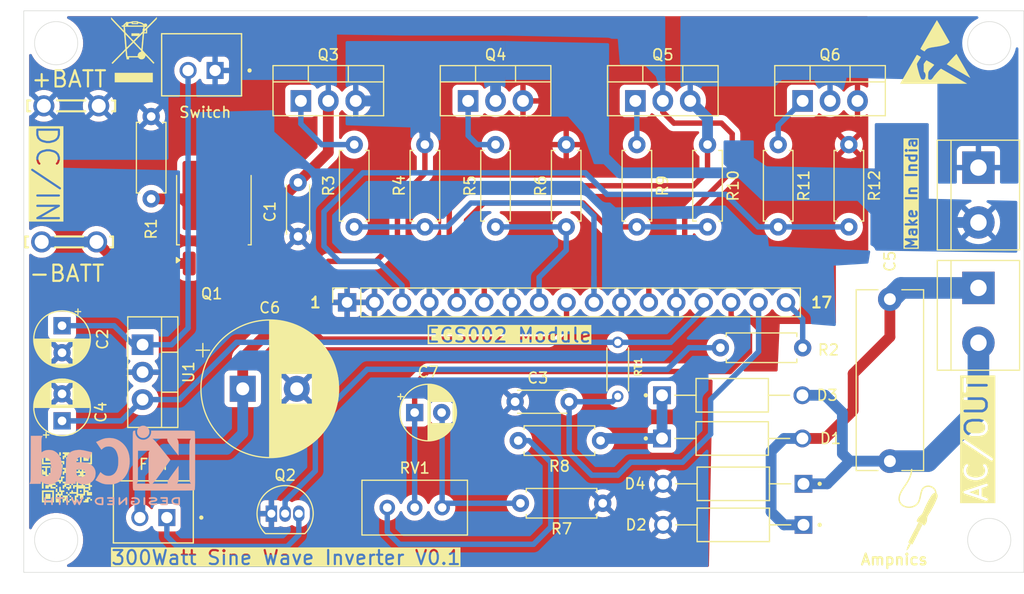
<source format=kicad_pcb>
(kicad_pcb (version 20240108) (generator "pcbnew") (generator_version "8.0")
  (layers (0 "F.Cu" signal) (31 "B.Cu" signal) (34 "B.Paste" user) (35 "F.Paste" user) (36 "B.SilkS" user "B.Silkscreen") (37 "F.SilkS" user "F.Silkscreen") (38 "B.Mask" user) (39 "F.Mask" user) (44 "Edge.Cuts" user))
  (net 0 "")
  (net 1 "GND")
  (net 2 "+12V")
  (net 3 "Net-(U1-VI)")
  (net 4 "Net-(J2-Pin_16)")
  (net 5 "+5V")
  (net 6 "N")
  (net 7 "L")
  (net 8 "VFB")
  (net 9 "Net-(C7-Pad2)")
  (net 10 "Net-(D1-PadC)")
  (net 11 "Net-(Q2-C)")
  (net 12 "2LD")
  (net 13 "Net-(J2-Pin_17)")
  (net 14 "3HO")
  (net 15 "1HO")
  (net 16 "TR2")
  (net 17 "TR1")
  (net 18 "Net-(Q1-D)")
  (net 19 "Net-(Q1-G)")
  (net 20 "Net-(Q2-B)")
  (net 21 "Net-(Q3-G)")
  (net 22 "Net-(Q4-G)")
  (net 23 "Net-(Q5-G)")
  (net 24 "Net-(Q6-G)")
  (net 25 "Net-(R8-Pad2)")
  (net 26 "1LD")
  (footprint "Package_TO_SOT_THT:TO-220-3_Vertical" (layer "F.Cu") (at 163.52 70.945)
    (property "Reference" "Q6" (at 2.54 -4.27 0) (layer "F.SilkS"))
    (property "Value" "IRF3205")
    (pad "1" thru_hole rect (at 0 0) (size 1.905 2) (drill 1.1) (layers "*.Cu" "*.Mask") (net 24 "Net-(Q6-G)"))
    (pad "2" thru_hole oval (at 2.54 0) (size 1.905 2) (drill 1.1) (layers "*.Cu" "*.Mask") (net 16 "TR2"))
    (pad "3" thru_hole oval (at 5.08 0) (size 1.905 2) (drill 1.1) (layers "*.Cu" "*.Mask") (net 1 "GND"))
  )
  (footprint "Package_TO_SOT_SMD:TO-252-2" (layer "F.Cu") (at 109.0025 80.96 90)
    (property "Reference" "Q1" (at -7.84 -0.2025 0) (layer "F.SilkS"))
    (property "Value" "NMOS")
    (pad "1" smd roundrect (at -5.04 -2.28 90) (size 2.2 1.2) (layers "F.Cu" "F.Paste" "F.Mask") (roundrect_rratio 0.208333) (net 18 "Net-(Q1-D)"))
    (pad "2" smd roundrect (at -0.415 -1.525 90) (size 3.05 2.75) (layers "F.Cu" "F.Paste") (roundrect_rratio 0.090909) (net 19 "Net-(Q1-G)"))
    (pad "2" smd roundrect (at -0.415 1.525 90) (size 3.05 2.75) (layers "F.Cu" "F.Paste") (roundrect_rratio 0.090909) (net 19 "Net-(Q1-G)"))
    (pad "2" smd roundrect (at 1.26 0 90) (size 6.4 5.8) (layers "F.Cu" "F.Mask") (roundrect_rratio 0.043103) (net 19 "Net-(Q1-G)"))
    (pad "2" smd roundrect (at 2.935 -1.525 90) (size 3.05 2.75) (layers "F.Cu" "F.Paste") (roundrect_rratio 0.090909) (net 19 "Net-(Q1-G)"))
    (pad "2" smd roundrect (at 2.935 1.525 90) (size 3.05 2.75) (layers "F.Cu" "F.Paste") (roundrect_rratio 0.090909) (net 19 "Net-(Q1-G)"))
    (pad "3" smd roundrect (at -5.04 2.28 90) (size 2.2 1.2) (layers "F.Cu" "F.Paste" "F.Mask") (roundrect_rratio 0.208333) (net 1 "GND"))
  )
  (footprint "FR207G:DIOAD1300W80L670D310" (layer "F.Cu") (at 157.1 110.2 180)
    (property "Reference" "D2" (at 9 0 360) (layer "F.SilkS"))
    (property "Value" "FR207G")
    (pad "A" thru_hole circle (at 6.5 0 180) (size 1.65 1.65) (drill 1.1) (layers "*.Cu" "*.Mask") (net 1 "GND"))
    (pad "C" thru_hole rect (at -6.5 0 180) (size 1.65 1.65) (drill 1.1) (layers "*.Cu" "*.Mask") (net 7 "L"))
  )
  (footprint "WA-MTAB:WA-MTAB_7471287" (layer "F.Cu") (at 95.8 71.4)
    (property "Reference" "MP1" (hide yes))
    (property "Value" "+BATT")
    (property "VALUE" "7471287" (hide yes))
    (pad "1" thru_hole circle (at -2.54 0) (size 1.95 1.95) (drill 1.3) (layers "*.Cu" "*.Mask") (net 2 "+12V"))
    (pad "2" thru_hole circle (at 2.54 0) (size 1.95 1.95) (drill 1.3) (layers "*.Cu" "*.Mask") (net 2 "+12V"))
  )
  (footprint "Resistor_THT:R_Axial_DIN0207_L6.3mm_D2.5mm_P7.62mm_Horizontal" (layer "F.Cu") (at 128.542857 82.61 90)
    (property "Reference" "R4" (at 3.81 -2.37 90) (layer "F.SilkS"))
    (property "Value" "10K")
    (pad "1" thru_hole circle (at 0 0 90) (size 1.6 1.6) (drill 0.8) (layers "*.Cu" "*.Mask") (net 14 "3HO"))
    (pad "2" thru_hole oval (at 7.62 0 90) (size 1.6 1.6) (drill 0.8) (layers "*.Cu" "*.Mask") (net 17 "TR1"))
  )
  (footprint "Resistor_THT:R_Axial_DIN0207_L6.3mm_D2.5mm_P7.62mm_Horizontal" (layer "F.Cu") (at 141.628571 82.61 90)
    (property "Reference" "R6" (at 3.81 -2.37 90) (layer "F.SilkS"))
    (property "Value" "10K")
    (pad "1" thru_hole circle (at 0 0 90) (size 1.6 1.6) (drill 0.8) (layers "*.Cu" "*.Mask") (net 12 "2LD"))
    (pad "2" thru_hole oval (at 7.62 0 90) (size 1.6 1.6) (drill 0.8) (layers "*.Cu" "*.Mask") (net 1 "GND"))
  )
  (footprint "Resistor_THT:R_Axial_DIN0207_L6.3mm_D2.5mm_P7.62mm_Horizontal" (layer "F.Cu") (at 163.525 93.8 180)
    (property "Reference" "R2" (at -2.39 -0.2 360) (layer "F.SilkS"))
    (property "Value" "1K")
    (pad "1" thru_hole circle (at 0 0 180) (size 1.6 1.6) (drill 0.8) (layers "*.Cu" "*.Mask") (net 13 "Net-(J2-Pin_17)"))
    (pad "2" thru_hole oval (at 7.62 0 180) (size 1.6 1.6) (drill 0.8) (layers "*.Cu" "*.Mask") (net 20 "Net-(Q2-B)"))
  )
  (footprint "Resistor_THT:R_Axial_DIN0207_L6.3mm_D2.5mm_P7.62mm_Horizontal" (layer "F.Cu") (at 135.085714 82.61 90)
    (property "Reference" "R5" (at 3.81 -2.37 90) (layer "F.SilkS"))
    (property "Value" "10E")
    (pad "1" thru_hole circle (at 0 0 90) (size 1.6 1.6) (drill 0.8) (layers "*.Cu" "*.Mask") (net 12 "2LD"))
    (pad "2" thru_hole oval (at 7.62 0 90) (size 1.6 1.6) (drill 0.8) (layers "*.Cu" "*.Mask") (net 22 "Net-(Q4-G)"))
  )
  (footprint "FR207G:DIOAD1300W80L670D310" (layer "F.Cu") (at 157 102.2)
    (property "Reference" "D1" (at 9.1 0 360) (layer "F.SilkS"))
    (property "Value" "FR207G")
    (pad "A" thru_hole circle (at 6.5 0) (size 1.65 1.65) (drill 1.1) (layers "*.Cu" "*.Mask") (net 7 "L"))
    (pad "C" thru_hole rect (at -6.5 0) (size 1.65 1.65) (drill 1.1) (layers "*.Cu" "*.Mask") (net 10 "Net-(D1-PadC)"))
  )
  (footprint "B2B-XH-A__LF__SN_:JST_B2B-XH-A__LF__SN_" (layer "F.Cu") (at 107.8675 67.6)
    (property "Reference" "Switch" (at 0.3325 4.4 0) (layer "F.SilkS"))
    (property "Value" "Switch")
    (pad "1" thru_hole rect (at 1.25 0.525) (size 1.575 1.575) (drill 1.05) (layers "*.Cu" "*.Mask") (net 2 "+12V"))
    (pad "2" thru_hole circle (at -1.25 0.525) (size 1.575 1.575) (drill 1.05) (layers "*.Cu" "*.Mask") (net 3 "Net-(U1-VI)"))
  )
  (footprint "Symbol:WEEE-Logo_4.2x6mm_SilkScreen" (layer "F.Cu") (at 101.6 66.2)
    (property "Reference" "REF**" (hide yes))
    (property "Value" "WEEE-Logo_4.2x6mm_SilkScreen" (hide yes))
  )
  (footprint "logo.preety:amplogoV1" (layer "F.Cu") (at 174.2 108.8)
    (property "Reference" "G***" (hide yes))
    (property "Value" "LOGO" (hide yes))
  )
  (footprint "Capacitor_THT:C_Disc_D4.3mm_W1.9mm_P5.00mm" (layer "F.Cu") (at 116.8 78.5 -90)
    (property "Reference" "C1" (at 2.7 2.6 90) (layer "F.SilkS"))
    (property "Value" "0.1uF")
    (pad "1" thru_hole circle (at 0 0 270) (size 1.6 1.6) (drill 0.8) (layers "*.Cu" "*.Mask") (net 2 "+12V"))
    (pad "2" thru_hole circle (at 5 0 270) (size 1.6 1.6) (drill 0.8) (layers "*.Cu" "*.Mask") (net 1 "GND"))
  )
  (footprint "Symbol:ESD-Logo_6.6x6mm_SilkScreen" (layer "F.Cu") (at 175.8 66.4)
    (property "Reference" "REF**" (hide yes))
    (property "Value" "ESD-Logo_6.6x6mm_SilkScreen" (hide yes))
  )
  (footprint "Package_TO_SOT_THT:TO-220-3_Vertical" (layer "F.Cu") (at 117.06 70.945)
    (property "Reference" "Q3" (at 2.54 -4.27 0) (layer "F.SilkS"))
    (property "Value" "IRF3205")
    (pad "1" thru_hole rect (at 0 0) (size 1.905 2) (drill 1.1) (layers "*.Cu" "*.Mask") (net 21 "Net-(Q3-G)"))
    (pad "2" thru_hole oval (at 2.54 0) (size 1.905 2) (drill 1.1) (layers "*.Cu" "*.Mask") (net 2 "+12V"))
    (pad "3" thru_hole oval (at 5.08 0) (size 1.905 2) (drill 1.1) (layers "*.Cu" "*.Mask") (net 17 "TR1"))
  )
  (footprint "Connector_PinSocket_2.54mm:PinSocket_1x17_P2.54mm_Vertical" (layer "F.Cu") (at 121.34 89.6 90)
    (property "Reference" "J2" (hide yes))
    (property "Value" "EGS002 MODULE")
    (pad "1" thru_hole rect (at 0 0 90) (size 1.7 1.7) (drill 1) (layers "*.Cu" "*.Mask") (net 1 "GND"))
    (pad "2" thru_hole oval (at 0 2.54 90) (size 1.7 1.7) (drill 1) (layers "*.Cu" "*.Mask") (net 1 "GND"))
    (pad "3" thru_hole oval (at 0 5.08 90) (size 1.7 1.7) (drill 1) (layers "*.Cu" "*.Mask") (net 26 "1LD"))
    (pad "4" thru_hole oval (at 0 7.62 90) (size 1.7 1.7) (drill 1) (layers "*.Cu" "*.Mask") (net 1 "GND"))
    (pad "5" thru_hole oval (at 0 10.16 90) (size 1.7 1.7) (drill 1) (layers "*.Cu" "*.Mask") (net 16 "TR2"))
    (pad "6" thru_hole oval (at 0 12.7 90) (size 1.7 1.7) (drill 1) (layers "*.Cu" "*.Mask") (net 15 "1HO"))
    (pad "7" thru_hole oval (at 0 15.24 90) (size 1.7 1.7) (drill 1) (layers "*.Cu" "*.Mask") (net 1 "GND"))
    (pad "8" thru_hole oval (at 0 17.78 90) (size 1.7 1.7) (drill 1) (layers "*.Cu" "*.Mask") (net 12 "2LD"))
    (pad "9" thru_hole oval (at 0 20.32 90) (size 1.7 1.7) (drill 1) (layers "*.Cu" "*.Mask") (net 17 "TR1"))
    (pad "10" thru_hole oval (at 0 22.86 90) (size 1.7 1.7) (drill 1) (layers "*.Cu" "*.Mask") (net 14 "3HO"))
    (pad "11" thru_hole oval (at 0 25.4 90) (size 1.7 1.7) (drill 1) (layers "*.Cu" "*.Mask") (net 1 "GND"))
    (pad "12" thru_hole oval (at 0 27.94 90) (size 1.7 1.7) (drill 1) (layers "*.Cu" "*.Mask") (net 2 "+12V"))
    (pad "13" thru_hole oval (at 0 30.48 90) (size 1.7 1.7) (drill 1) (layers "*.Cu" "*.Mask") (net 1 "GND"))
    (pad "14" thru_hole oval (at 0 33.02 90) (size 1.7 1.7) (drill 1) (layers "*.Cu" "*.Mask") (net 5 "+5V"))
    (pad "15" thru_hole oval (at 0 35.56 90) (size 1.7 1.7) (drill 1) (layers "*.Cu" "*.Mask") (net 8 "VFB"))
    (pad "16" thru_hole oval (at 0 38.1 90) (size 1.7 1.7) (drill 1) (layers "*.Cu" "*.Mask") (net 4 "Net-(J2-Pin_16)"))
    (pad "17" thru_hole oval (at 0 40.64 90) (size 1.7 1.7) (drill 1) (layers "*.Cu" "*.Mask") (net 13 "Net-(J2-Pin_17)"))
  )
  (footprint "TerminalBlock:TerminalBlock_bornier-2_P5.08mm" (layer "F.Cu") (at 179.8 88.26 -90)
    (property "Reference" "J5" (hide yes))
    (property "Value" "AC/OUT")
    (pad "1" thru_hole rect (at 0 0 270) (size 3 3) (drill 1.52) (layers "*.Cu" "*.Mask") (net 7 "L"))
    (pad "2" thru_hole circle (at 5.08 0 270) (size 3 3) (drill 1.52) (layers "*.Cu" "*.Mask") (net 6 "N"))
  )
  (footprint "FR207G:DIOAD1300W80L670D310" (layer "F.Cu") (at 157.1 106.4 180)
    (property "Reference" "D4" (at 9.1 0 360) (layer "F.SilkS"))
    (property "Value" "FR207G")
    (pad "A" thru_hole circle (at 6.5 0 180) (size 1.65 1.65) (drill 1.1) (layers "*.Cu" "*.Mask") (net 1 "GND"))
    (pad "C" thru_hole rect (at -6.5 0 180) (size 1.65 1.65) (drill 1.1) (layers "*.Cu" "*.Mask") (net 6 "N"))
  )
  (footprint "Resistor_THT:R_Axial_DIN0207_L6.3mm_D2.5mm_P7.62mm_Horizontal" (layer "F.Cu") (at 145.01 108.2 180)
    (property "Reference" "R7" (at 3.81 -2.37 360) (layer "F.SilkS"))
    (property "Value" "100K")
    (pad "1" thru_hole circle (at 0 0 180) (size 1.6 1.6) (drill 0.8) (layers "*.Cu" "*.Mask") (net 1 "GND"))
    (pad "2" thru_hole oval (at 7.62 0 180) (size 1.6 1.6) (drill 0.8) (layers "*.Cu" "*.Mask") (net 9 "Net-(C7-Pad2)"))
  )
  (footprint "Resistor_THT:R_Axial_DIN0207_L6.3mm_D2.5mm_P7.62mm_Horizontal" (layer "F.Cu") (at 161.257142 74.99 -90)
    (property "Reference" "R11" (at 3.81 -2.37 90) (layer "F.SilkS"))
    (property "Value" "10E")
    (pad "1" thru_hole circle (at 0 0 270) (size 1.6 1.6) (drill 0.8) (layers "*.Cu" "*.Mask") (net 24 "Net-(Q6-G)"))
    (pad "2" thru_hole oval (at 7.62 0 270) (size 1.6 1.6) (drill 0.8) (layers "*.Cu" "*.Mask") (net 26 "1LD"))
  )
  (footprint "Resistor_THT:R_Axial_DIN0207_L6.3mm_D2.5mm_P7.62mm_Horizontal" (layer "F.Cu") (at 122 82.61 90)
    (property "Reference" "R3" (at 3.81 -2.37 90) (layer "F.SilkS"))
    (property "Value" "10E")
    (pad "1" thru_hole circle (at 0 0 90) (size 1.6 1.6) (drill 0.8) (layers "*.Cu" "*.Mask") (net 14 "3HO"))
    (pad "2" thru_hole oval (at 7.62 0 90) (size 1.6 1.6) (drill 0.8) (layers "*.Cu" "*.Mask") (net 21 "Net-(Q3-G)"))
  )
  (footprint "qr.preety:ampnics_qr_6x6mm" (layer "F.Cu") (at 95.4 105.8)
    (property "Reference" "G***" (hide yes))
    (property "Value" "LOGO" (hide yes))
  )
  (footprint "Capacitor_THT:CP_Radial_D5.0mm_P2.50mm" (layer "F.Cu") (at 94.945 100.570224 90)
    (property "Reference" "C4" (at 0.805112 3.6 90) (layer "F.SilkS"))
    (property "Value" "1uF")
    (pad "1" thru_hole rect (at 0 0 90) (size 1.6 1.6) (drill 0.8) (layers "*.Cu" "*.Mask") (net 5 "+5V"))
    (pad "2" thru_hole circle (at 2.5 0 90) (size 1.6 1.6) (drill 0.8) (layers "*.Cu" "*.Mask") (net 1 "GND"))
  )
  (footprint "Package_TO_SOT_THT:TO-92_Inline" (layer "F.Cu") (at 114.33 109.16)
    (property "Reference" "Q2" (at 1.27 -3.56 0) (layer "F.SilkS"))
    (property "Value" "S8050")
    (pad "1" thru_hole rect (at 0 0) (size 1.05 1.5) (drill 0.75) (layers "*.Cu" "*.Mask") (net 1 "GND"))
    (pad "2" thru_hole oval (at 1.27 0) (size 1.05 1.5) (drill 0.75) (layers "*.Cu" "*.Mask") (net 20 "Net-(Q2-B)"))
    (pad "3" thru_hole oval (at 2.54 0) (size 1.05 1.5) (drill 0.75) (layers "*.Cu" "*.Mask") (net 11 "Net-(Q2-C)"))
  )
  (footprint "Potentiometer_THT:Potentiometer_Bourns_3296W_Vertical" (layer "F.Cu") (at 130.14 108.6)
    (property "Reference" "RV1" (at -2.54 -3.66 0) (layer "F.SilkS"))
    (property "Value" "10K")
    (pad "1" thru_hole circle (at 0 0) (size 1.44 1.44) (drill 0.8) (layers "*.Cu" "*.Mask") (net 9 "Net-(C7-Pad2)"))
    (pad "2" thru_hole circle (at -2.54 0) (size 1.44 1.44) (drill 0.8) (layers "*.Cu" "*.Mask") (net 8 "VFB"))
    (pad "3" thru_hole circle (at -5.08 0) (size 1.44 1.44) (drill 0.8) (layers "*.Cu" "*.Mask") (net 25 "Net-(R8-Pad2)"))
  )
  (footprint "Capacitor_THT:C_Rect_L16.5mm_W6.0mm_P15.00mm_MKT" (layer "F.Cu") (at 171.6 89.3 -90)
    (property "Reference" "C5" (at -3.5 0 90) (layer "F.SilkS"))
    (property "Value" "2.2uF")
    (pad "1" thru_hole circle (at 0 0 270) (size 2.2 2.2) (drill 1.1) (layers "*.Cu" "*.Mask") (net 7 "L"))
    (pad "2" thru_hole circle (at 15 0 270) (size 2.2 2.2) (drill 1.1) (layers "*.Cu" "*.Mask") (net 6 "N"))
  )
  (footprint "Resistor_THT:R_Axial_DIN0207_L6.3mm_D2.5mm_P7.62mm_Horizontal" (layer "F.Cu") (at 144.81 102.4 180)
    (property "Reference" "R8" (at 3.81 -2.37 360) (layer "F.SilkS"))
    (property "Value" "100K")
    (pad "1" thru_hole circle (at 0 0 180) (size 1.6 1.6) (drill 0.8) (layers "*.Cu" "*.Mask") (net 10 "Net-(D1-PadC)"))
    (pad "2" thru_hole oval (at 7.62 0 180) (size 1.6 1.6) (drill 0.8) (layers "*.Cu" "*.Mask") (net 25 "Net-(R8-Pad2)"))
  )
  (footprint "Package_TO_SOT_THT:TO-220-3_Vertical" (layer "F.Cu") (at 102.4 93.52 -90)
    (property "Reference" "U1" (at 2.54 -4.27 90) (layer "F.SilkS"))
    (property "Value" "LM7805_TO220")
    (pad "1" thru_hole rect (at 0 0 270) (size 1.905 2) (drill 1.1) (layers "*.Cu" "*.Mask") (net 3 "Net-(U1-VI)"))
    (pad "2" thru_hole oval (at 2.54 0 270) (size 1.905 2) (drill 1.1) (layers "*.Cu" "*.Mask") (net 1 "GND"))
    (pad "3" thru_hole oval (at 5.08 0 270) (size 1.905 2) (drill 1.1) (layers "*.Cu" "*.Mask") (net 5 "+5V"))
  )
  (footprint "WA-MTAB:WA-MTAB_7471287" (layer "F.Cu") (at 95.6 84)
    (property "Reference" "MP2" (hide yes))
    (property "Value" "-BATT")
    (property "VALUE" "7471287" (hide yes))
    (pad "1" thru_hole circle (at -2.54 0) (size 1.95 1.95) (drill 1.3) (layers "*.Cu" "*.Mask") (net 18 "Net-(Q1-D)"))
    (pad "2" thru_hole circle (at 2.54 0) (size 1.95 1.95) (drill 1.3) (layers "*.Cu" "*.Mask") (net 18 "Net-(Q1-D)"))
  )
  (footprint "Package_TO_SOT_THT:TO-220-3_Vertical" (layer "F.Cu") (at 148.033332 70.945)
    (property "Reference" "Q5" (at 2.54 -4.27 0) (layer "F.SilkS"))
    (property "Value" "IRF3205")
    (pad "1" thru_hole rect (at 0 0) (size 1.905 2) (drill 1.1) (layers "*.Cu" "*.Mask") (net 23 "Net-(Q5-G)"))
    (pad "2" thru_hole oval (at 2.54 0) (size 1.905 2) (drill 1.1) (layers "*.Cu" "*.Mask") (net 2 "+12V"))
    (pad "3" thru_hole oval (at 5.08 0) (size 1.905 2) (drill 1.1) (layers "*.Cu" "*.Mask") (net 16 "TR2"))
  )
  (footprint "Capacitor_THT:CP_Radial_D5.0mm_P2.50mm" (layer "F.Cu") (at 94.945 91.76 -90)
    (property "Reference" "C2" (at 1.25 -3.75 90) (layer "F.SilkS"))
    (property "Value" "1uF")
    (pad "1" thru_hole rect (at 0 0 270) (size 1.6 1.6) (drill 0.8) (layers "*.Cu" "*.Mask") (net 3 "Net-(U1-VI)"))
    (pad "2" thru_hole circle (at 2.5 0 270) (size 1.6 1.6) (drill 0.8) (layers "*.Cu" "*.Mask") (net 1 "GND"))
  )
  (footprint "TerminalBlock:TerminalBlock_bornier-2_P5.08mm" (layer "F.Cu") (at 179.8 77.12 -90)
    (property "Reference" "J4" (hide yes))
    (property "Value" "TR/IN")
    (pad "1" thru_hole rect (at 0 0 270) (size 3 3) (drill 1.52) (layers "*.Cu" "*.Mask") (net 16 "TR2"))
    (pad "2" thru_hole circle (at 5.08 0 270) (size 3 3) (drill 1.52) (layers "*.Cu" "*.Mask") (net 17 "TR1"))
  )
  (footprint "Resistor_THT:R_Axial_DIN0207_L6.3mm_D2.5mm_P7.62mm_Horizontal" (layer "F.Cu") (at 148.171428 74.99 -90)
    (property "Reference" "R9" (at 3.81 -2.37 90) (layer "F.SilkS"))
    (property "Value" "10E")
    (pad "1" thru_hole circle (at 0 0 270) (size 1.6 1.6) (drill 0.8) (layers "*.Cu" "*.Mask") (net 23 "Net-(Q5-G)"))
    (pad "2" thru_hole oval (at 7.62 0 270) (size 1.6 1.6) (drill 0.8) (layers "*.Cu" "*.Mask") (net 15 "1HO"))
  )
  (footprint "FR207G:DIOAD1300W80L670D310" (layer "F.Cu") (at 157 98.2)
    (property "Reference" "D3" (at 8.8 0 360) (layer "F.SilkS"))
    (property "Value" "FR207G")
    (pad "A" thru_hole circle (at 6.5 0) (size 1.65 1.65) (drill 1.1) (layers "*.Cu" "*.Mask") (net 6 "N"))
    (pad "C" thru_hole rect (at -6.5 0) (size 1.65 1.65) (drill 1.1) (layers "*.Cu" "*.Mask") (net 10 "Net-(D1-PadC)"))
  )
  (footprint "Package_TO_SOT_THT:TO-220-3_Vertical" (layer "F.Cu") (at 132.546666 70.945)
    (property "Reference" "Q4" (at 2.54 -4.27 0) (layer "F.SilkS"))
    (property "Value" "IRF3205")
    (pad "1" thru_hole rect (at 0 0) (size 1.905 2) (drill 1.1) (layers "*.Cu" "*.Mask") (net 22 "Net-(Q4-G)"))
    (pad "2" thru_hole oval (at 2.54 0) (size 1.905 2) (drill 1.1) (layers "*.Cu" "*.Mask") (net 17 "TR1"))
    (pad "3" thru_hole oval (at 5.08 0) (size 1.905 2) (drill 1.1) (layers "*.Cu" "*.Mask") (net 1 "GND"))
  )
  (footprint "Capacitor_THT:CP_Radial_D12.5mm_P5.00mm" (layer "F.Cu") (at 111.676041 97.6)
    (property "Reference" "C6" (at 2.5 -7.5 0) (layer "F.SilkS"))
    (property "Value" "2200uF")
    (pad "1" thru_hole rect (at 0 0) (size 2.4 2.4) (drill 1.2) (layers "*.Cu" "*.Mask") (net 2 "+12V"))
    (pad "2" thru_hole circle (at 5 0) (size 2.4 2.4) (drill 1.2) (layers "*.Cu" "*.Mask") (net 1 "GND"))
  )
  (footprint "Capacitor_THT:CP_Radial_D5.0mm_P2.50mm" (layer "F.Cu") (at 127.594888 99.8)
    (property "Reference" "C7" (at 1.25 -3.75 0) (layer "F.SilkS"))
    (property "Value" "10u")
    (pad "1" thru_hole rect (at 0 0) (size 1.6 1.6) (drill 0.8) (layers "*.Cu" "*.Mask") (net 8 "VFB"))
    (pad "2" thru_hole circle (at 2.5 0) (size 1.6 1.6) (drill 0.8) (layers "*.Cu" "*.Mask") (net 9 "Net-(C7-Pad2)"))
  )
  (footprint "NXRT15WB333JA3A016:THERM_NXRT15WB333JA3A016" (layer "F.Cu") (at 146.4 95.8 -90)
    (property "Reference" "RT1" (at -0.218 -1.9064 90) (layer "F.SilkS") (effects (font (size 0.64 0.64))))
    (property "Value" "10K")
    (pad "1" thru_hole circle (at -2.5 0 270) (size 1.05 1.05) (drill 0.65) (layers "*.Cu" "*.Mask") (net 5 "+5V"))
    (pad "2" thru_hole circle (at 2.5 0 270) (size 1.05 1.05) (drill 0.65) (layers "*.Cu" "*.Mask") (net 4 "Net-(J2-Pin_16)"))
  )
  (footprint "Capacitor_THT:C_Disc_D4.3mm_W1.9mm_P5.00mm" (layer "F.Cu") (at 141.9 98.8 180)
    (property "Reference" "C3" (at 2.9 2.2 360) (layer "F.SilkS"))
    (property "Value" "0.1u")
    (pad "1" thru_hole circle (at 0 0 180) (size 1.6 1.6) (drill 0.8) (layers "*.Cu" "*.Mask") (net 4 "Net-(J2-Pin_16)"))
    (pad "2" thru_hole circle (at 5 0 180) (size 1.6 1.6) (drill 0.8) (layers "*.Cu" "*.Mask") (net 1 "GND"))
  )
  (footprint "B2B-XH-A__LF__SN_:JST_B2B-XH-A__LF__SN_" (layer "F.Cu") (at 103.4 109)
    (property "Reference" "Fan" (at 0 -4.4 0) (layer "F.SilkS"))
    (property "Value" "Fan")
    (pad "1" thru_hole rect (at 1.25 0.525) (size 1.575 1.575) (drill 1.05) (layers "*.Cu" "*.Mask") (net 11 "Net-(Q2-C)"))
    (pad "2" thru_hole circle (at -1.25 0.525) (size 1.575 1.575) (drill 1.05) (layers "*.Cu" "*.Mask") (net 2 "+12V"))
  )
  (footprint "Resistor_THT:R_Axial_DIN0207_L6.3mm_D2.5mm_P7.62mm_Horizontal" (layer "F.Cu") (at 167.8 74.99 -90)
    (property "Reference" "R12" (at 3.81 -2.37 90) (layer "F.SilkS"))
    (property "Value" "10K")
    (pad "1" thru_hole circle (at 0 0 270) (size 1.6 1.6) (drill 0.8) (layers "*.Cu" "*.Mask") (net 1 "GND"))
    (pad "2" thru_hole oval (at 7.62 0 270) (size 1.6 1.6) (drill 0.8) (layers "*.Cu" "*.Mask") (net 26 "1LD"))
  )
  (footprint "Resistor_THT:R_Axial_DIN0207_L6.3mm_D2.5mm_P7.62mm_Horizontal" (layer "F.Cu") (at 103.2 72.39 -90)
    (property "Reference" "R1" (at 10.41 0 90) (layer "F.SilkS"))
    (property "Value" "1K")
    (pad "1" thru_hole circle (at 0 0 270) (size 1.6 1.6) (drill 0.8) (layers "*.Cu" "*.Mask") (net 2 "+12V"))
    (pad "2" thru_hole oval (at 7.62 0 270) (size 1.6 1.6) (drill 0.8) (layers "*.Cu" "*.Mask") (net 19 "Net-(Q1-G)"))
  )
  (footprint "Resistor_THT:R_Axial_DIN0207_L6.3mm_D2.5mm_P7.62mm_Horizontal" (layer "F.Cu") (at 154.714285 74.99 -90)
    (property "Reference" "R10" (at 3.81 -2.37 90) (layer "F.SilkS"))
    (property "Value" "10K")
    (pad "1" thru_hole circle (at 0 0 270) (size 1.6 1.6) (drill 0.8) (layers "*.Cu" "*.Mask") (net 16 "TR2"))
    (pad "2" thru_hole oval (at 7.62 0 270) (size 1.6 1.6) (drill 0.8) (layers "*.Cu" "*.Mask") (net 15 "1HO"))
  )
  (footprint "Symbol:KiCad-Logo2_6mm_SilkScreen" (layer "B.Cu") (at 99.6 104 180)
    (property "Reference" "REF**" (hide yes))
    (property "Value" "KiCad-Logo2_6mm_SilkScreen" (hide yes))
  )
  (gr_rect (start 91.4 62.6) (end 184 114.6) (stroke (width 0.05)) (fill none) (layer "Edge.Cuts"))
  (gr_circle (center 180.8 111.6) (end 182.8 111.6) (stroke (width 0.05)) (fill none) (layer "Edge.Cuts"))
  (gr_circle (center 94.4 111.6) (end 96.4 111.6) (stroke (width 0.05)) (fill none) (layer "Edge.Cuts"))
  (gr_circle (center 180.8 65.6) (end 182.8 65.6) (stroke (width 0.05)) (fill none) (layer "Edge.Cuts"))
  (gr_circle (center 94.4 65.6) (end 96.4 65.6) (stroke (width 0.05)) (fill none) (layer "Edge.Cuts"))
  (gr_text "300Watt Sine Wave Inverter V0.1" (at 99.4 114 0) (layer "F.SilkS" knockout) (effects (font (size 1.3 1.3) (thickness 0.2) (bold yes)) (justify left bottom)))
  (gr_text "1" (at 117.8 90.2 0) (layer "F.SilkS") (effects (font (size 1 1) (thickness 0.2) (bold yes)) (justify left bottom)))
  (gr_text "17" (at 164.2 90.2 0) (layer "F.SilkS") (effects (font (size 1 1) (thickness 0.2) (bold yes)) (justify left bottom)))
  (gr_text "AC/OUT" (at 180.8 108.2 90) (layer "F.SilkS" knockout) (effects (font (size 2 2) (thickness 0.25)) (justify left bottom)))
  (gr_text "+BATT" (at 92 69.8 0) (layer "F.SilkS") (effects (font (size 1.5 1.5) (thickness 0.2) (bold yes)) (justify left bottom)))
  (gr_text "-BATT" (at 91.8 87.8 0) (layer "F.SilkS") (effects (font (size 1.5 1.5) (thickness 0.2) (bold yes)) (justify left bottom)))
  (gr_text "DC/IN" (at 92.4 73 -90) (layer "F.SilkS" knockout) (effects (font (size 2 2) (thickness 0.2) (bold yes)) (justify left bottom)))
  (gr_text "EGS002 Module" (at 128.6 93.4 0) (layer "F.SilkS" knockout) (effects (font (size 1.3 1.3) (thickness 0.2) (bold yes)) (justify left bottom)))
  (gr_text "Make In India" (at 174.2 84.8 90) (layer "F.SilkS" knockout) (effects (font (size 1 1) (thickness 0.2) (bold yes)) (justify left bottom)))
  (gr_text "Ampnics" (at 168.8 114 0) (layer "F.SilkS") (effects (font (size 1 1) (thickness 0.2) (bold yes)) (justify left bottom)))
  (segment (start 119.6 75.7) (end 116.8 78.5) (width 1) (layer "F.Cu") (net 2))
  (segment (start 151.6 73) (end 156 73) (width 0.5) (layer "F.Cu") (net 2))
  (segment (start 150.573332 70.945) (end 150.573332 71.973332) (width 0.5) (layer "F.Cu") (net 2))
  (segment (start 152.6 81.8) (end 152.6 84.2) (width 0.5) (layer "F.Cu") (net 2))
  (segment (start 149.28 87.52) (end 149.28 89.6) (width 0.5) (layer "F.Cu") (net 2))
  (segment (start 157 74) (end 157 77.4) (width 0.5) (layer "F.Cu") (net 2))
  (segment (start 150.573332 71.973332) (end 151.6 73) (width 0.5) (layer "F.Cu") (net 2))
  (segment (start 114.2 92.2) (end 114.2 81.1) (width 1) (layer "F.Cu") (net 2))
  (segment (start 156 73) (end 157 74) (width 0.5) (layer "F.Cu") (net 2))
  (segment (start 157 77.4) (end 152.6 81.8) (width 0.5) (layer "F.Cu") (net 2))
  (segment (start 114.2 81.1) (end 116.8 78.5) (width 1) (layer "F.Cu") (net 2))
  (segment (start 111.676041 94.723959) (end 114.2 92.2) (width 1) (layer "F.Cu") (net 2))
  (segment (start 119.6 70.945) (end 119.6 75.7) (width 1) (layer "F.Cu") (net 2))
  (segment (start 111.676041 97.6) (end 111.676041 94.723959) (width 1) (layer "F.Cu") (net 2))
  (segment (start 152.6 84.2) (end 149.28 87.52) (width 0.5) (layer "F.Cu") (net 2))
  (segment (start 102.15 105.45) (end 104.4 103.2) (width 1) (layer "B.Cu") (net 2))
  (segment (start 104.4 103.2) (end 110.2 103.2) (width 1) (layer "B.Cu") (net 2))
  (segment (start 111.676041 101.723959) (end 111.676041 97.6) (width 1) (layer "B.Cu") (net 2))
  (segment (start 102.15 109.525) (end 102.15 105.45) (width 1) (layer "B.Cu") (net 2))
  (segment (start 150.573332 70.945) (end 150.573332 68.973332) (width 0.5) (layer "B.Cu") (net 2))
  (segment (start 150.573332 68.973332) (end 148.8 67.2) (width 0.5) (layer "B.Cu") (net 2))
  (segment (start 110.2 103.2) (end 111.676041 101.723959) (width 1) (layer "B.Cu") (net 2))
  (segment (start 101.52 93.52) (end 99.76 91.76) (width 0.5) (layer "B.Cu") (net 3))
  (segment (start 99.76 91.76) (end 94.945 91.76) (width 0.5) (layer "B.Cu") (net 3))
  (segment (start 106.6175 68.125) (end 106.6175 91.9825) (width 0.5) (layer "B.Cu") (net 3))
  (segment (start 102.4 93.52) (end 101.52 93.52) (width 0.5) (layer "B.Cu") (net 3))
  (segment (start 106.6175 91.9825) (end 105.08 93.52) (width 0.5) (layer "B.Cu") (net 3))
  (segment (start 105.08 93.52) (end 102.4 93.52) (width 0.5) (layer "B.Cu") (net 3))
  (segment (start 152.4 104.4) (end 147.6 104.4) (width 0.5) (layer "B.Cu") (net 4))
  (segment (start 155 101.8) (end 152.4 104.4) (width 0.5) (layer "B.Cu") (net 4))
  (segment (start 145.9 98.8) (end 146.4 98.3) (width 0.5) (layer "B.Cu") (net 4))
  (segment (start 144 105.6) (end 141.9 103.5) (width 0.5) (layer "B.Cu") (net 4))
  (segment (start 155 98.6) (end 155 101.8) (width 0.5) (layer "B.Cu") (net 4))
  (segment (start 146.4 105.6) (end 144 105.6) (width 0.5) (layer "B.Cu") (net 4))
  (segment (start 141.9 103.5) (end 141.9 98.8) (width 0.5) (layer "B.Cu") (net 4))
  (segment (start 141.9 98.8) (end 145.9 98.8) (width 0.5) (layer "B.Cu") (net 4))
  (segment (start 159.44 94.16) (end 155 98.6) (width 0.5) (layer "B.Cu") (net 4))
  (segment (start 147.6 104.4) (end 146.4 105.6) (width 0.5) (layer "B.Cu") (net 4))
  (segment (start 159.44 89.6) (end 159.44 94.16) (width 0.5) (layer "B.Cu") (net 4))
  (segment (start 100.429776 100.570224) (end 102.4 98.6) (width 0.5) (layer "B.Cu") (net 5))
  (segment (start 111.1 93.3) (end 105.8 98.6) (width 0.5) (layer "B.Cu") (net 5))
  (segment (start 151.3 93.3) (end 146.4 93.3) (width 0.5) (layer "B.Cu") (net 5))
  (segment (start 154.36 90.24) (end 151.3 93.3) (width 0.5) (layer "B.Cu") (net 5))
  (segment (start 94.945 100.570224) (end 100.429776 100.570224) (width 0.5) (layer "B.Cu") (net 5))
  (segment (start 146.4 93.3) (end 111.1 93.3) (width 0.5) (layer "B.Cu") (net 5))
  (segment (start 154.36 89.6) (end 154.36 90.24) (width 0.5) (layer "B.Cu") (net 5))
  (segment (start 105.8 98.6) (end 102.4 98.6) (width 0.5) (layer "B.Cu") (net 5))
  (segment (start 165.8 106.4) (end 163.6 106.4) (width 1) (layer "B.Cu") (net 6))
  (segment (start 179.8 99.6) (end 175.1 104.3) (width 2) (layer "B.Cu") (net 6))
  (segment (start 175.1 104.3) (end 171.6 104.3) (width 2) (layer "B.Cu") (net 6))
  (segment (start 167.9 104.3) (end 167.2 105) (width 1) (layer "B.Cu") (net 6))
  (segment (start 167.2 99.8) (end 167.2 103.6) (width 1) (layer "B.Cu") (net 6))
  (segment (start 163.5 98.2) (end 165.6 98.2) (width 1) (layer "B.Cu") (net 6))
  (segment (start 167.2 105) (end 165.8 106.4) (width 1) (layer "B.Cu") (net 6))
  (segment (start 167.2 103.6) (end 167.9 104.3) (width 1) (layer "B.Cu") (net 6))
  (segment (start 179.8 93.34) (end 179.8 99.6) (width 2) (layer "B.Cu") (net 6))
  (segment (start 171.6 104.3) (end 167.9 104.3) (width 1) (layer "B.Cu") (net 6))
  (segment (start 165.6 98.2) (end 167.2 99.8) (width 1) (layer "B.Cu") (net 6))
  (segment (start 168.2 99.6) (end 165.6 102.2) (width 1) (layer "F.Cu") (net 7))
  (segment (start 171.6 89.3) (end 171.6 92.8) (width 1) (layer "F.Cu") (net 7))
  (segment (start 171.6 92.8) (end 168.2 96.2) (width 1) (layer "F.Cu") (net 7))
  (segment (start 168.2 96.2) (end 168.2 99.6) (width 1) (layer "F.Cu") (net 7))
  (segment (start 165.6 102.2) (end 163.5 102.2) (width 1) (layer "F.Cu") (net 7))
  (segment (start 160.6 109) (end 161.8 110.2) (width 1) (layer "B.Cu") (net 7))
  (segment (start 161.8 110.2) (end 163.6 110.2) (width 1) (layer "B.Cu") (net 7))
  (segment (start 161.8 102.2) (end 160.6 103.4) (width 1) (layer "B.Cu") (net 7))
  (segment (start 179.8 88.26) (end 172.64 88.26) (width 2) (layer "B.Cu") (net 7))
  (segment (start 172.64 88.26) (end 171.6 89.3) (width 2) (layer "B.Cu") (net 7))
  (segment (start 160.6 103.4) (end 160.6 109) (width 1) (layer "B.Cu") (net 7))
  (segment (start 163.5 102.2) (end 161.8 102.2) (width 1) (layer "B.Cu") (net 7))
  (segment (start 156.9 90.9) (end 158.6 92.6) (width 0.5) (layer "F.Cu") (net 8))
  (segment (start 156.9 89.6) (end 156.9 90.9) (width 0.5) (layer "F.Cu") (net 8))
  (segment (start 158.6 94.2) (end 156.8 96) (width 0.5) (layer "F.Cu") (net 8))
  (segment (start 158.6 92.6) (end 158.6 94.2) (width 0.5) (layer "F.Cu") (net 8))
  (segment (start 127.594888 97.205112) (end 127.594888 99.8) (width 0.5) (layer "F.Cu") (net 8))
  (segment (start 156.8 96) (end 128.8 96) (width 0.5) (layer "F.Cu") (net 8))
  (segment (start 128.8 96) (end 127.594888 97.205112) (width 0.5) (layer "F.Cu") (net 8))
  (segment (start 127.594888 99.8) (end 127.594888 108.594888) (width 0.5) (layer "B.Cu") (net 8))
  (segment (start 127.594888 108.594888) (end 127.6 108.6) (width 0.5) (layer "B.Cu") (net 8))
  (segment (start 137.39 108.2) (end 130.54 108.2) (width 0.5) (layer "B.Cu") (net 9))
  (segment (start 130.54 108.2) (end 130.14 108.6) (width 0.5) (layer "B.Cu") (net 9))
  (segment (start 130.14 108.6) (end 130.14 99.845112) (width 0.5) (layer "B.Cu") (net 9))
  (segment (start 130.14 99.845112) (end 130.094888 99.8) (width 0.5) (layer "B.Cu") (net 9))
  (segment (start 150.5 102.2) (end 145.01 102.2) (width 1) (layer "B.Cu") (net 10))
  (segment (start 150.5 102.2) (end 150.5 98.2) (width 1) (layer "B.Cu") (net 10))
  (segment (start 145.01 102.2) (end 144.81 102.4) (width 1) (layer "B.Cu") (net 10))
  (segment (start 105.6 112.2) (end 104.65 111.25) (width 0.5) (layer "B.Cu") (net 11))
  (segment (start 115.8 112.2) (end 105.6 112.2) (width 0.5) (layer "B.Cu") (net 11))
  (segment (start 116.87 111.13) (end 115.8 112.2) (width 0.5) (layer "B.Cu") (net 11))
  (segment (start 116.87 109.16) (end 116.87 111.13) (width 0.5) (layer "B.Cu") (net 11))
  (segment (start 104.65 111.25) (end 104.65 109.525) (width 0.5) (layer "B.Cu") (net 11))
  (segment (start 139.12 87.28) (end 141.628571 84.771429) (width 0.5) (layer "B.Cu") (net 12))
  (segment (start 139.12 89.6) (end 139.12 87.28) (width 0.5) (layer "B.Cu") (net 12))
  (segment (start 141.628571 82.61) (end 135.085714 82.61) (width 0.5) (layer "B.Cu") (net 12))
  (segment (start 141.628571 84.771429) (end 141.628571 82.61) (width 0.5) (layer "B.Cu") (net 12))
  (segment (start 163.525 91.145) (end 161.98 89.6) (width 0.5) (layer "B.Cu") (net 13))
  (segment (start 163.525 93.8) (end 163.525 91.145) (width 0.5) (layer "B.Cu") (net 13))
  (segment (start 132.8 80.4) (end 143 80.4) (width 0.5) (layer "B.Cu") (net 14))
  (segment (start 143 80.4) (end 144.2 81.6) (width 0.5) (layer "B.Cu") (net 14))
  (segment (start 144.2 89.6) (end 144.2 88.4) (width 0.5) (layer "B.Cu") (net 14))
  (segment (start 144.2 88.4) (end 144.2 87.2) (width 0.5) (layer "B.Cu") (net 14))
  (segment (start 130.59 82.61) (end 132.8 80.4) (width 0.5) (layer "B.Cu") (net 14))
  (segment (start 128.542857 82.61) (end 130.59 82.61) (width 0.5) (layer "B.Cu") (net 14))
  (segment (start 144.2 81.6) (end 144.2 88.4) (width 0.5) (layer "B.Cu") (net 14))
  (segment (start 128.542857 82.61) (end 122 82.61) (width 0.5) (layer "B.Cu") (net 14))
  (segment (start 143.2 80.4) (end 145.41 82.61) (width 0.5) (layer "F.Cu") (net 15))
  (segment (start 134.04 89.6) (end 134.04 86.24) (width 0.5) (layer "F.Cu") (net 15))
  (segment (start 145.41 82.61) (end 148.171428 82.61) (width 0.5) (layer "F.Cu") (net 15))
  (segment (start 134.04 86.24) (end 132.4 84.6) (width 0.5) (layer "F.Cu") (net 15))
  (segment (start 132.4 84.6) (end 132.4 82) (width 0.5) (layer "F.Cu") (net 15))
  (segment (start 134 80.4) (end 143.2 80.4) (width 0.5) (layer "F.Cu") (net 15))
  (segment (start 132.4 82) (end 134 80.4) (width 0.5) (layer "F.Cu") (net 15))
  (segment (start 154.714285 82.61) (end 148.171428 82.61) (width 0.5) (layer "B.Cu") (net 15))
  (segment (start 153.4 78.8) (end 154.685715 77.514285) (width 0.5) (layer "F.Cu") (net 16))
  (segment (start 154.685715 77.514285) (end 154.714285 77.514285) (width 0.5) (layer "F.Cu") (net 16))
  (segment (start 154.714285 77.514285) (end 154.714285 74.99) (width 0.5) (layer "F.Cu") (net 16))
  (segment (start 130.8 86.2) (end 130.8 81) (width 0.5) (layer "F.Cu") (net 16))
  (segment (start 133 78.8) (end 153.4 78.8) (width 0.5) (layer "F.Cu") (net 16))
  (segment (start 131.5 86.9) (end 130.8 86.2) (width 0.5) (layer "F.Cu") (net 16))
  (segment (start 131.5 89.6) (end 131.5 86.9) (width 0.5) (layer "F.Cu") (net 16))
  (segment (start 130.8 81) (end 133 78.8) (width 0.5) (layer "F.Cu") (net 16))
  (segment (start 153.113332 70.945) (end 154.714285 72.545953) (width 1) (layer "B.Cu") (net 16))
  (segment (start 154.714285 72.545953) (end 154.714285 74.99) (width 1) (layer "B.Cu") (net 16))
  (segment (start 126 83.8) (end 126 80.2) (width 0.5) (layer "F.Cu") (net 17))
  (segment (start 140 93) (end 119 93) (width 0.5) (layer "F.Cu") (net 17))
  (segment (start 124 85.8) (end 126 83.8) (width 0.5) (layer "F.Cu") (net 17))
  (segment (start 141.66 89.6) (end 141.66 91.34) (width 0.5) (layer "F.Cu") (net 17))
  (segment (start 126 80.2) (end 128.542857 77.657143) (width 0.5) (layer "F.Cu") (net 17))
  (segment (start 119 93) (end 117.4 91.4) (width 0.5) (layer "F.Cu") (net 17))
  (segment (start 117.4 91.4) (end 117.4 88) (width 0.5) (layer "F.Cu") (net 17))
  (segment (start 119.6 85.8) (end 124 85.8) (width 0.5) (layer "F.Cu") (net 17))
  (segment (start 128.542857 77.657143) (end 128.542857 74.99) (width 0.5) (layer "F.Cu") (net 17))
  (segment (start 141.66 91.34) (end 140 93) (width 0.5) (layer "F.Cu") (net 17))
  (segment (start 117.4 88) (end 119.6 85.8) (width 0.5) (layer "F.Cu") (net 17))
  (segment (start 144.4 69.8) (end 144.4 75.4) (width 1) (layer "B.Cu") (net 17))
  (segment (start 141.8 67.2) (end 144.4 69.8) (width 1) (layer "B.Cu") (net 17))
  (segment (start 160 79.4) (end 169.4 79.4) (width 1) (layer "B.Cu") (net 17))
  (segment (start 135.086666 68.913334) (end 136.8 67.2) (width 1) (layer "B.Cu") (net 17))
  (segment (start 158.2 77.6) (end 160 79.4) (width 1) (layer "B.Cu") (net 17))
  (segment (start 172.2 82.2) (end 179.8 82.2) (width 1) (layer "B.Cu") (net 17))
  (segment (start 146.6 77.6) (end 158.2 77.6) (width 1) (layer "B.Cu") (net 17))
  (segment (start 128.542857 73.742857) (end 128.542857 74.99) (width 1) (layer "B.Cu") (net 17))
  (segment (start 125.745 70.945) (end 128.542857 73.742857) (width 1) (layer "B.Cu") (net 17))
  (segment (start 136.8 67.2) (end 141.8 67.2) (width 1) (layer "B.Cu") (net 17))
  (segment (start 135.086666 70.945) (end 135.086666 68.913334) (width 1) (layer "B.Cu") (net 17))
  (segment (start 122.14 70.945) (end 125.745 70.945) (width 1) (layer "B.Cu") (net 17))
  (segment (start 144.4 75.4) (end 146.6 77.6) (width 1) (layer "B.Cu") (net 17))
  (segment (start 169.4 79.4) (end 172.2 82.2) (width 1) (layer "B.Cu") (net 17))
  (segment (start 106.7225 86) (end 100.14 86) (width 1) (layer "F.Cu") (net 18))
  (segment (start 100.14 86) (end 98.14 84) (width 1) (layer "F.Cu") (net 18))
  (segment (start 93.06 84) (end 98.14 84) (width 1) (layer "B.Cu") (net 18))
  (segment (start 106.1125 80.01) (end 107.4775 81.375) (width 1) (layer "F.Cu") (net 19))
  (segment (start 103.2 80.01) (end 106.1125 80.01) (width 1) (layer "F.Cu") (net 19))
  (segment (start 118.4 105.2) (end 115.6 108) (width 0.5) (layer "B.Cu") (net 20))
  (segment (start 153 93.8) (end 151 95.8) (width 0.5) (layer "B.Cu") (net 20))
  (segment (start 155.905 93.8) (end 153 93.8) (width 0.5) (layer "B.Cu") (net 20))
  (segment (start 118.4 100.6) (end 118.4 105.2) (width 0.5) (layer "B.Cu") (net 20))
  (segment (start 115.6 108) (end 115.6 109.16) (width 0.5) (layer "B.Cu") (net 20))
  (segment (start 151 95.8) (end 123.2 95.8) (width 0.5) (layer "B.Cu") (net 20))
  (segment (start 123.2 95.8) (end 118.4 100.6) (width 0.5) (layer "B.Cu") (net 20))
  (segment (start 117.06 70.945) (end 117.06 73.06) (width 0.5) (layer "B.Cu") (net 21))
  (segment (start 118.99 74.99) (end 122 74.99) (width 0.5) (layer "B.Cu") (net 21))
  (segment (start 117.06 73.06) (end 118.99 74.99) (width 0.5) (layer "B.Cu") (net 21))
  (segment (start 135.085714 74.99) (end 133.39 74.99) (width 0.5) (layer "B.Cu") (net 22))
  (segment (start 133.39 74.99) (end 132.546666 74.146666) (width 0.5) (layer "B.Cu") (net 22))
  (segment (start 132.546666 74.146666) (end 132.546666 70.945) (width 0.5) (layer "B.Cu") (net 22))
  (segment (start 148.171428 74.99) (end 148.171428 71.083096) (width 0.5) (layer "B.Cu") (net 23))
  (segment (start 148.171428 71.083096) (end 148.033332 70.945) (width 0.5) (layer "B.Cu") (net 23))
  (segment (start 161.257142 74.99) (end 161.257142 73.207858) (width 0.5) (layer "B.Cu") (net 24))
  (segment (start 161.257142 73.207858) (end 163.52 70.945) (width 0.5) (layer "B.Cu") (net 24))
  (segment (start 125.06 110.86) (end 126.2 112) (width 0.5) (layer "B.Cu") (net 25))
  (segment (start 138.2 102.4) (end 137.19 102.4) (width 0.5) (layer "B.Cu") (net 25))
  (segment (start 125.06 108.6) (end 125.06 110.86) (width 0.5) (layer "B.Cu") (net 25))
  (segment (start 138.6 112) (end 140.2 110.4) (width 0.5) (layer "B.Cu") (net 25))
  (segment (start 126.2 112) (end 138.6 112) (width 0.5) (layer "B.Cu") (net 25))
  (segment (start 140.2 110.4) (end 140.2 104.4) (width 0.5) (layer "B.Cu") (net 25))
  (segment (start 140.2 104.4) (end 138.2 102.4) (width 0.5) (layer "B.Cu") (net 25))
  (segment (start 126.42 88.02) (end 124.2 85.8) (width 0.5) (layer "B.Cu") (net 26))
  (segment (start 126.42 89.6) (end 126.42 88.02) (width 0.5) (layer "B.Cu") (net 26))
  (segment (start 167.8 82.61) (end 161.257142 82.61) (width 0.5) (layer "B.Cu") (net 26))
  (segment (start 159.41 82.61) (end 161.257142 82.61) (width 0.5) (layer "B.Cu") (net 26))
  (segment (start 143.4 77.6) (end 145.4 79.6) (width 0.5) (layer "B.Cu") (net 26))
  (segment (start 120.6 85.8) (end 119.2 84.4) (width 0.5) (layer "B.Cu") (net 26))
  (segment (start 156.4 79.6) (end 159.41 82.61) (width 0.5) (layer "B.Cu") (net 26))
  (segment (start 124.2 85.8) (end 120.6 85.8) (width 0.5) (layer "B.Cu") (net 26))
  (segment (start 122.8 77.6) (end 143.4 77.6) (width 0.5) (layer "B.Cu") (net 26))
  (segment (start 119.2 84.4) (end 119.2 81.2) (width 0.5) (layer "B.Cu") (net 26))
  (segment (start 145.4 79.6) (end 156.4 79.6) (width 0.5) (layer "B.Cu") (net 26))
  (segment (start 119.2 81.2) (end 122.8 77.6) (width 0.5) (layer "B.Cu") (net 26))
  (zone (net 1) (net_name "GND") (layer "F.Cu") (priority 5) (connect_pads (clearance 0.5)) (min_thickness 0.25) (fill yes (thermal_gap 0.5) (thermal_bridge_width 0.5))
    (polygon (pts (xy 90.2 61.6) (xy 89.8 116.4) (xy 154.8 116.4) (xy 155.2 96) (xy 161.2 96) (xy 161.4 91.6) (xy 166.6 91.6) (xy 166.6 86) (xy 169.6 86) (xy 169.6 61.6)))
  )
  (zone (net 16) (net_name "TR2") (layer "B.Cu") (connect_pads (clearance 0.5)) (min_thickness 0.25) (fill yes (thermal_gap 0.5) (thermal_bridge_width 0.5))
    (polygon (pts (xy 176 78.6) (xy 183.8 78.6) (xy 183.8 62.6) (xy 152.2 62.4) (xy 152.2 69.6) (xy 152.2 72.2) (xy 154.2 72.2) (xy 154.2 69.6) (xy 161 69.6) (xy 161.6 69) (xy 164.6 69) (xy 165.6 71.6) (xy 166.8 71.8) (xy 167.6 68.8) (xy 176 69)))
  )
  (zone (net 2) (net_name "+12V") (layer "B.Cu") (priority 1) (connect_pads (clearance 0.5)) (min_thickness 0.25) (fill yes (thermal_gap 0.5) (thermal_bridge_width 0.5))
    (polygon (pts (xy 91.4 76.4) (xy 91.4 62.6) (xy 150.8 62.6) (xy 150.8 71.6) (xy 149.6 67.6) (xy 146.6 67.6) (xy 146.4 65.2) (xy 120.4 64.8) (xy 120.4 70.2) (xy 118.8 70.2) (xy 117.6 69) (xy 111.6 69) (xy 111.6 70.6) (xy 104.8 70.6) (xy 104.8 76.4)))
  )
  (zone (net 17) (net_name "TR1") (layer "B.Cu") (priority 3) (connect_pads (clearance 0.5)) (min_thickness 0.25) (fill yes (thermal_gap 0.5) (thermal_bridge_width 0.5))
    (polygon (pts (xy 183.4 80.2) (xy 183.4 85) (xy 169.8 84.8) (xy 169.8 81.4) (xy 168.6 80.2) (xy 159.8 80.2) (xy 156.2 76.8) (xy 156.2 74.6) (xy 159 74.6) (xy 159 76.2) (xy 160.2 77) (xy 170.2 77.2) (xy 170.2 73) (xy 175.2 73) (xy 175.2 80)))
  )
  (zone (net 17) (net_name "TR1") (layer "B.Cu") (priority 4) (connect_pads (clearance 0.5)) (min_thickness 0.25) (fill yes (thermal_gap 0.5) (thermal_bridge_width 0.5))
    (polygon (pts (xy 136 65.4) (xy 145.6 65.6) (xy 145.6 76.8) (xy 144.2 76.8) (xy 143.2 74) (xy 141.8 72.4) (xy 140.2 72.4) (xy 140.2 69) (xy 136 69)))
  )
  (zone (net 1) (net_name "GND") (layer "B.Cu") (priority 6) (connect_pads (clearance 0.5)) (min_thickness 0.25) (fill yes (thermal_gap 0.5) (thermal_bridge_width 0.5))
    (polygon (pts (xy 89.2 77) (xy 106.8 77.4) (xy 106.8 72) (xy 114.6 71.8) (xy 114.6 73.8) (xy 118.4 77.2) (xy 142.2 77.2) (xy 146.2 80.8) (xy 157.8 80.6) (xy 160.2 82.8) (xy 160.4 84.4) (xy 169.8 84.8) (xy 169.6 86) (xy 166.4 86.2) (xy 166.6 91.8) (xy 161.6 91.4) (xy 161.6 96.2) (xy 154.8 96.2) (xy 154.8 116.6) (xy 89.6 116.6)))
  )
  (zone (net 17) (net_name "TR1") (layer "B.Cu") (priority 2) (connect_pads (clearance 0.5)) (min_thickness 0.25) (fill yes (thermal_gap 0.5) (thermal_bridge_width 0.5))
    (polygon (pts (xy 121.2 69.8) (xy 121.2 65.4) (xy 136 65.4) (xy 136 70.6) (xy 134.2 70.6) (xy 134 69.2) (xy 130 69.2) (xy 130 75.6) (xy 127.2 75.6) (xy 127.2 73.4) (xy 121.2 73.2)))
  )
)
</source>
